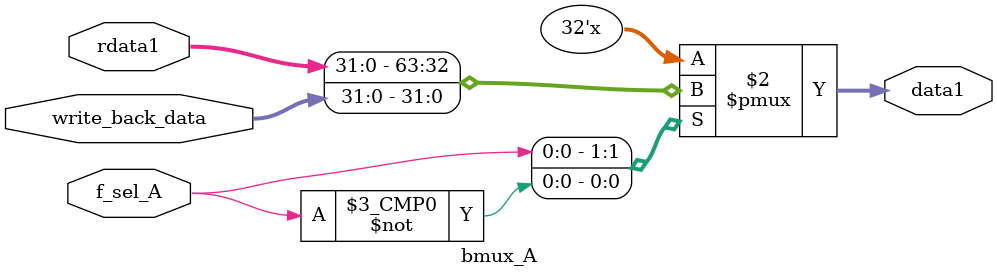
<source format=sv>

module bmux_A(
    input logic [31:0] write_back_data,
    input logic [31:0] rdata1,
    input logic f_sel_A,
    output logic [31:0] data1
);
always_comb begin
    case (f_sel_A)
        1'b1: data1 = rdata1;
        1'b0: data1 = write_back_data;
        
    endcase
    
end

endmodule
</source>
